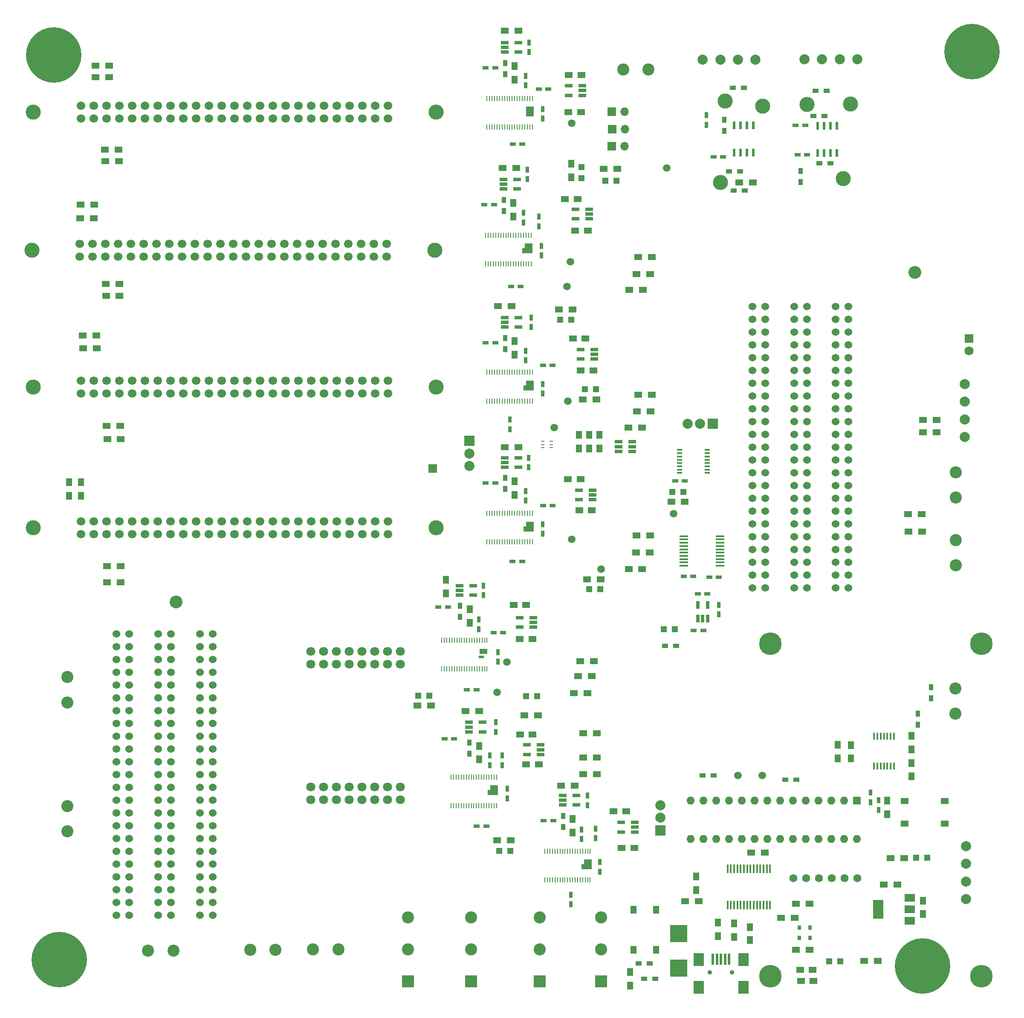
<source format=gbr>
G04 #@! TF.FileFunction,Soldermask,Top*
%FSLAX46Y46*%
G04 Gerber Fmt 4.6, Leading zero omitted, Abs format (unit mm)*
G04 Created by KiCad (PCBNEW 4.0.4-stable) date 08/02/17 07:21:08*
%MOMM*%
%LPD*%
G01*
G04 APERTURE LIST*
%ADD10C,0.100000*%
%ADD11R,1.500000X1.300000*%
%ADD12C,4.500000*%
%ADD13R,0.650000X0.250000*%
%ADD14R,1.050000X0.450000*%
%ADD15R,0.500000X2.300000*%
%ADD16R,2.000000X2.500000*%
%ADD17C,0.900000*%
%ADD18R,2.400000X2.400000*%
%ADD19C,2.400000*%
%ADD20R,0.450000X1.750000*%
%ADD21R,2.000000X1.000000*%
%ADD22R,0.285000X1.100000*%
%ADD23R,1.500000X1.000000*%
%ADD24C,1.800000*%
%ADD25R,1.560000X0.650000*%
%ADD26R,1.300000X1.500000*%
%ADD27R,1.200000X0.750000*%
%ADD28R,0.750000X1.200000*%
%ADD29R,0.900000X1.200000*%
%ADD30R,2.000000X3.800000*%
%ADD31R,2.000000X1.500000*%
%ADD32R,1.200000X1.200000*%
%ADD33R,1.600000X1.600000*%
%ADD34O,1.600000X1.600000*%
%ADD35R,0.600000X1.550000*%
%ADD36C,3.000000*%
%ADD37C,1.524000*%
%ADD38R,0.450000X1.450000*%
%ADD39R,1.800000X1.800000*%
%ADD40C,1.500000*%
%ADD41R,0.800000X0.900000*%
%ADD42R,1.250000X1.500000*%
%ADD43R,1.500000X1.250000*%
%ADD44R,3.500000X3.500000*%
%ADD45R,1.200000X0.900000*%
%ADD46R,1.300000X1.550000*%
%ADD47R,1.000000X0.500000*%
%ADD48C,1.600000*%
%ADD49R,0.650000X1.560000*%
%ADD50C,11.000000*%
%ADD51C,0.700000*%
%ADD52R,1.750000X0.450000*%
%ADD53R,2.000000X2.000000*%
%ADD54C,2.000000*%
%ADD55R,1.700000X1.700000*%
%ADD56R,1.550000X1.300000*%
%ADD57C,2.540000*%
%ADD58O,1.700000X1.700000*%
%ADD59C,1.700000*%
G04 APERTURE END LIST*
D10*
D11*
X35657800Y-98780600D03*
X38357800Y-98780600D03*
D12*
X209296000Y-205444399D03*
X167386000Y-205444399D03*
X167386000Y-139344400D03*
D13*
X123850400Y-99161600D03*
X123850400Y-99811600D03*
X123850400Y-100461600D03*
X122125400Y-99161600D03*
X122125400Y-99811600D03*
X122125400Y-100461600D03*
D14*
X154844800Y-105449800D03*
X154844800Y-104799800D03*
X154844800Y-104149800D03*
X154844800Y-103499800D03*
X154844800Y-102849800D03*
X154844800Y-102199800D03*
X154844800Y-101549800D03*
X154844800Y-100899800D03*
X149294800Y-100899800D03*
X149294800Y-101549800D03*
X149294800Y-102199800D03*
X149294800Y-102849800D03*
X149294800Y-103499800D03*
X149294800Y-104149800D03*
X149294800Y-104799800D03*
X149294800Y-105449800D03*
D15*
X155956200Y-202025600D03*
X156756200Y-202025600D03*
X157556200Y-202025600D03*
X158356200Y-202025600D03*
X159156200Y-202025600D03*
D16*
X153106200Y-202125600D03*
X153106200Y-207625600D03*
X162006200Y-202125600D03*
X162006200Y-207625600D03*
D17*
X155356200Y-204625600D03*
X159756200Y-204625600D03*
D18*
X121513600Y-206451200D03*
D19*
X121513600Y-200101200D03*
X121513600Y-193751200D03*
D20*
X167293000Y-184106000D03*
X166643000Y-184106000D03*
X165993000Y-184106000D03*
X165343000Y-184106000D03*
X164693000Y-184106000D03*
X164043000Y-184106000D03*
X163393000Y-184106000D03*
X162743000Y-184106000D03*
X162093000Y-184106000D03*
X161443000Y-184106000D03*
X160793000Y-184106000D03*
X160143000Y-184106000D03*
X159493000Y-184106000D03*
X158843000Y-184106000D03*
X158843000Y-191306000D03*
X159493000Y-191306000D03*
X160143000Y-191306000D03*
X160793000Y-191306000D03*
X161443000Y-191306000D03*
X162093000Y-191306000D03*
X162743000Y-191306000D03*
X163393000Y-191306000D03*
X164043000Y-191306000D03*
X164693000Y-191306000D03*
X165343000Y-191306000D03*
X165993000Y-191306000D03*
X166643000Y-191306000D03*
X167293000Y-191306000D03*
D18*
X133705600Y-206400400D03*
D19*
X133705600Y-200050400D03*
X133705600Y-193700400D03*
D21*
X119316500Y-116586000D03*
D22*
X120070000Y-113482000D03*
X119570000Y-113482000D03*
X119070000Y-113482000D03*
X118570000Y-113482000D03*
X118070000Y-113482000D03*
X117570000Y-113482000D03*
X117070000Y-113482000D03*
X116570000Y-113482000D03*
X116070000Y-113482000D03*
X115570000Y-113482000D03*
X115070000Y-113482000D03*
X114570000Y-113482000D03*
X114070000Y-113482000D03*
X113570000Y-113482000D03*
X113070000Y-113482000D03*
X112570000Y-113482000D03*
X112070000Y-113482000D03*
X111570000Y-113482000D03*
X111070000Y-113482000D03*
X111070000Y-119182000D03*
X111570000Y-119182000D03*
X112070000Y-119182000D03*
X112570000Y-119182000D03*
X113070000Y-119182000D03*
X113570000Y-119182000D03*
X114070000Y-119182000D03*
X114570000Y-119182000D03*
X115070000Y-119182000D03*
X115570000Y-119182000D03*
X116070000Y-119182000D03*
X116570000Y-119182000D03*
X117070000Y-119182000D03*
X117570000Y-119182000D03*
X118070000Y-119182000D03*
X118570000Y-119182000D03*
X119070000Y-119182000D03*
X119570000Y-119182000D03*
X120070000Y-119182000D03*
D23*
X119570500Y-115633500D03*
D24*
X93827600Y-143459200D03*
X93827600Y-140919200D03*
X91287600Y-143459200D03*
X91287600Y-140919200D03*
X88747600Y-143459200D03*
X88747600Y-140919200D03*
X86207600Y-143459200D03*
X86207600Y-140919200D03*
X83667600Y-143459200D03*
X83667600Y-140919200D03*
X81127600Y-143459200D03*
X81127600Y-140919200D03*
X78587600Y-143459200D03*
X78587600Y-140919200D03*
X76047600Y-143459200D03*
X76047600Y-140919200D03*
D25*
X107504240Y-154985680D03*
X107504240Y-155935680D03*
X107504240Y-156885680D03*
X110204240Y-156885680D03*
X110204240Y-154985680D03*
D26*
X109489240Y-159665680D03*
X109489240Y-162365680D03*
D27*
X109047240Y-175620680D03*
X110947240Y-175620680D03*
D28*
X114061240Y-161589680D03*
X114061240Y-163489680D03*
X115077240Y-170093680D03*
X115077240Y-168193680D03*
X112791240Y-156885680D03*
X112791240Y-154985680D03*
X111648240Y-161589680D03*
X111648240Y-163489680D03*
X109474000Y-134584400D03*
X109474000Y-136484400D03*
X110363000Y-129728000D03*
X110363000Y-127828000D03*
X113212880Y-142941080D03*
X113212880Y-141041080D03*
D27*
X114284800Y-137160000D03*
X112384800Y-137160000D03*
X107101600Y-148539200D03*
X109001600Y-148539200D03*
D26*
X107624880Y-132513080D03*
X107624880Y-135213080D03*
D25*
X105639880Y-127833080D03*
X105639880Y-128783080D03*
X105639880Y-129733080D03*
X108339880Y-129733080D03*
X108339880Y-127833080D03*
D28*
X118745000Y-109032000D03*
X118745000Y-110932000D03*
D29*
X114681000Y-108669000D03*
X114681000Y-106469000D03*
D27*
X110810000Y-107442000D03*
X112710000Y-107442000D03*
D28*
X119380000Y-104328000D03*
X119380000Y-102428000D03*
X122174000Y-117536000D03*
X122174000Y-115636000D03*
D27*
X124089200Y-111963200D03*
X122189200Y-111963200D03*
X116144000Y-123063000D03*
X118044000Y-123063000D03*
D26*
X116586000Y-107108000D03*
X116586000Y-109808000D03*
D25*
X114601000Y-102428000D03*
X114601000Y-103378000D03*
X114601000Y-104328000D03*
X117301000Y-104328000D03*
X117301000Y-102428000D03*
D28*
X129844800Y-176291200D03*
X129844800Y-178191200D03*
D29*
X126187200Y-175765640D03*
X126187200Y-173565640D03*
D27*
X122316200Y-174538640D03*
X124216200Y-174538640D03*
D28*
X130987800Y-171460200D03*
X130987800Y-169560200D03*
X133451600Y-184642800D03*
X133451600Y-182742800D03*
X132664200Y-176128640D03*
X132664200Y-178028640D03*
X127685800Y-189245200D03*
X127685800Y-191145200D03*
D26*
X128092200Y-174204640D03*
X128092200Y-176904640D03*
D25*
X126107200Y-169524640D03*
X126107200Y-170474640D03*
X126107200Y-171424640D03*
X128807200Y-171424640D03*
X128807200Y-169524640D03*
X114601000Y-74615000D03*
X114601000Y-75565000D03*
X114601000Y-76515000D03*
X117301000Y-76515000D03*
X117301000Y-74615000D03*
D26*
X116586000Y-79295000D03*
X116586000Y-81995000D03*
D28*
X115620800Y-94858800D03*
X115620800Y-96758800D03*
D27*
X124089200Y-84074000D03*
X122189200Y-84074000D03*
D28*
X122174000Y-89723000D03*
X122174000Y-87823000D03*
X119888000Y-76515000D03*
X119888000Y-74615000D03*
D27*
X110810000Y-79629000D03*
X112710000Y-79629000D03*
D28*
X118745000Y-81219000D03*
X118745000Y-83119000D03*
X118313200Y-53812400D03*
X118313200Y-55712400D03*
D27*
X110556000Y-52197000D03*
X112456000Y-52197000D03*
D28*
X119049800Y-45227200D03*
X119049800Y-47127200D03*
X121920000Y-62291000D03*
X121920000Y-60391000D03*
X121361200Y-54574400D03*
X121361200Y-56474400D03*
D27*
X115864600Y-68402200D03*
X117764600Y-68402200D03*
D26*
X116332000Y-51863000D03*
X116332000Y-54563000D03*
D25*
X114347000Y-47183000D03*
X114347000Y-48133000D03*
X114347000Y-49083000D03*
X117047000Y-49083000D03*
X117047000Y-47183000D03*
D30*
X188747000Y-192125600D03*
D31*
X195047000Y-192125600D03*
X195047000Y-189825600D03*
X195047000Y-194425600D03*
D25*
X114601000Y-20005000D03*
X114601000Y-20955000D03*
X114601000Y-21905000D03*
X117301000Y-21905000D03*
X117301000Y-20005000D03*
D32*
X181221560Y-202453240D03*
X179021560Y-202453240D03*
D33*
X184505600Y-170535600D03*
D34*
X151485600Y-178155600D03*
X181965600Y-170535600D03*
X154025600Y-178155600D03*
X179425600Y-170535600D03*
X156565600Y-178155600D03*
X176885600Y-170535600D03*
X159105600Y-178155600D03*
X174345600Y-170535600D03*
X161645600Y-178155600D03*
X171805600Y-170535600D03*
X164185600Y-178155600D03*
X169265600Y-170535600D03*
X166725600Y-178155600D03*
X166725600Y-170535600D03*
X169265600Y-178155600D03*
X164185600Y-170535600D03*
X171805600Y-178155600D03*
X161645600Y-170535600D03*
X174345600Y-178155600D03*
X159105600Y-170535600D03*
X176885600Y-178155600D03*
X156565600Y-170535600D03*
X179425600Y-178155600D03*
X154025600Y-170535600D03*
X181965600Y-178155600D03*
X151485600Y-170535600D03*
X184505600Y-178155600D03*
D26*
X156972000Y-194738000D03*
X156972000Y-197438000D03*
X160172400Y-194941200D03*
X160172400Y-197641200D03*
D11*
X188685160Y-202351640D03*
X185985160Y-202351640D03*
D26*
X116586000Y-24685000D03*
X116586000Y-27385000D03*
D27*
X116194800Y-40132000D03*
X118094800Y-40132000D03*
X123276400Y-29260800D03*
X121376400Y-29260800D03*
D28*
X122174000Y-35113000D03*
X122174000Y-33213000D03*
X119430800Y-21879600D03*
X119430800Y-19979600D03*
D27*
X110810000Y-25019000D03*
X112710000Y-25019000D03*
D29*
X114681000Y-26246000D03*
X114681000Y-24046000D03*
D28*
X118745000Y-26609000D03*
X118745000Y-28509000D03*
D18*
X107950000Y-206451200D03*
D19*
X107950000Y-200101200D03*
X107950000Y-193751200D03*
D18*
X95351600Y-206451200D03*
D19*
X95351600Y-200101200D03*
X95351600Y-193751200D03*
D11*
X141100000Y-89974000D03*
X143800000Y-89974000D03*
X141100000Y-62574000D03*
X143800000Y-62574000D03*
X140752840Y-117906800D03*
X143452840Y-117906800D03*
D35*
X160157160Y-41846480D03*
X161427160Y-41846480D03*
X162697160Y-41846480D03*
X163967160Y-41846480D03*
X163967160Y-36446480D03*
X162697160Y-36446480D03*
X161427160Y-36446480D03*
X160157160Y-36446480D03*
D36*
X158400000Y-31600000D03*
X165811200Y-32659320D03*
X174670720Y-32288480D03*
X183266080Y-32161480D03*
D37*
X172085000Y-72440800D03*
X174625000Y-72440800D03*
X172085000Y-74980800D03*
X174625000Y-74980800D03*
X172085000Y-77520800D03*
X174625000Y-77520800D03*
X172085000Y-80060800D03*
X174625000Y-80060800D03*
X172085000Y-82600800D03*
X174625000Y-82600800D03*
X172085000Y-85140800D03*
X174625000Y-85140800D03*
X172085000Y-87680800D03*
X174625000Y-87680800D03*
X172085000Y-90220800D03*
X174625000Y-90220800D03*
X172085000Y-92760800D03*
X174625000Y-92760800D03*
X172085000Y-95300800D03*
X174625000Y-95300800D03*
X172085000Y-97840800D03*
X174625000Y-97840800D03*
X172085000Y-100380800D03*
X174625000Y-100380800D03*
X172085000Y-102920800D03*
X174625000Y-102920800D03*
X172085000Y-105460800D03*
X174625000Y-105460800D03*
X172085000Y-108000800D03*
X174625000Y-108000800D03*
X172085000Y-110540800D03*
X174625000Y-110540800D03*
X172085000Y-113080800D03*
X174625000Y-113080800D03*
X172085000Y-115620800D03*
X174625000Y-115620800D03*
X172085000Y-118160800D03*
X174625000Y-118160800D03*
X172085000Y-120700800D03*
X174625000Y-120700800D03*
X172085000Y-123240800D03*
X174625000Y-123240800D03*
X172085000Y-125780800D03*
X174625000Y-125780800D03*
X172085000Y-128320800D03*
X174625000Y-128320800D03*
X163830000Y-72440800D03*
X166370000Y-72440800D03*
X163830000Y-74980800D03*
X166370000Y-74980800D03*
X163830000Y-77520800D03*
X166370000Y-77520800D03*
X163830000Y-80060800D03*
X166370000Y-80060800D03*
X163830000Y-82600800D03*
X166370000Y-82600800D03*
X163830000Y-85140800D03*
X166370000Y-85140800D03*
X163830000Y-87680800D03*
X166370000Y-87680800D03*
X163830000Y-90220800D03*
X166370000Y-90220800D03*
X163830000Y-92760800D03*
X166370000Y-92760800D03*
X163830000Y-95300800D03*
X166370000Y-95300800D03*
X163830000Y-97840800D03*
X166370000Y-97840800D03*
X163830000Y-100380800D03*
X166370000Y-100380800D03*
X163830000Y-102920800D03*
X166370000Y-102920800D03*
X163830000Y-105460800D03*
X166370000Y-105460800D03*
X163830000Y-108000800D03*
X166370000Y-108000800D03*
X163830000Y-110540800D03*
X166370000Y-110540800D03*
X163830000Y-113080800D03*
X166370000Y-113080800D03*
X163830000Y-115620800D03*
X166370000Y-115620800D03*
X163830000Y-118160800D03*
X166370000Y-118160800D03*
X163830000Y-120700800D03*
X166370000Y-120700800D03*
X163830000Y-123240800D03*
X166370000Y-123240800D03*
X163830000Y-125780800D03*
X166370000Y-125780800D03*
X163830000Y-128320800D03*
X166370000Y-128320800D03*
X180340000Y-72440800D03*
X182880000Y-72440800D03*
X180340000Y-74980800D03*
X182880000Y-74980800D03*
X180340000Y-77520800D03*
X182880000Y-77520800D03*
X180340000Y-80060800D03*
X182880000Y-80060800D03*
X180340000Y-82600800D03*
X182880000Y-82600800D03*
X180340000Y-85140800D03*
X182880000Y-85140800D03*
X180340000Y-87680800D03*
X182880000Y-87680800D03*
X180340000Y-90220800D03*
X182880000Y-90220800D03*
X180340000Y-92760800D03*
X182880000Y-92760800D03*
X180340000Y-95300800D03*
X182880000Y-95300800D03*
X180340000Y-97840800D03*
X182880000Y-97840800D03*
X180340000Y-100380800D03*
X182880000Y-100380800D03*
X180340000Y-102920800D03*
X182880000Y-102920800D03*
X180340000Y-105460800D03*
X182880000Y-105460800D03*
X180340000Y-108000800D03*
X182880000Y-108000800D03*
X180340000Y-110540800D03*
X182880000Y-110540800D03*
X180340000Y-113080800D03*
X182880000Y-113080800D03*
X180340000Y-115620800D03*
X182880000Y-115620800D03*
X180340000Y-118160800D03*
X182880000Y-118160800D03*
X180340000Y-120700800D03*
X182880000Y-120700800D03*
X180340000Y-123240800D03*
X182880000Y-123240800D03*
X180340000Y-125780800D03*
X182880000Y-125780800D03*
X180340000Y-128320800D03*
X182880000Y-128320800D03*
D24*
X93827600Y-170383200D03*
X93827600Y-167843200D03*
X91287600Y-170383200D03*
X91287600Y-167843200D03*
X88747600Y-170383200D03*
X88747600Y-167843200D03*
X86207600Y-170383200D03*
X86207600Y-167843200D03*
X83667600Y-170383200D03*
X83667600Y-167843200D03*
X81127600Y-170383200D03*
X81127600Y-167843200D03*
X78587600Y-170383200D03*
X78587600Y-167843200D03*
X76047600Y-170383200D03*
X76047600Y-167843200D03*
D11*
X163910000Y-47752000D03*
X161210000Y-47752000D03*
D36*
X157480000Y-47752000D03*
X181864000Y-46990000D03*
D38*
X191865800Y-157781200D03*
X191215800Y-157781200D03*
X190565800Y-157781200D03*
X189915800Y-157781200D03*
X189265800Y-157781200D03*
X188615800Y-157781200D03*
X187965800Y-157781200D03*
X187965800Y-163681200D03*
X188615800Y-163681200D03*
X189265800Y-163681200D03*
X189915800Y-163681200D03*
X190565800Y-163681200D03*
X191215800Y-163681200D03*
X191865800Y-163681200D03*
D27*
X150327400Y-107035600D03*
X148427400Y-107035600D03*
X101412000Y-132080000D03*
X103312000Y-132080000D03*
X102656600Y-158242000D03*
X104556600Y-158242000D03*
D32*
X198534200Y-181889400D03*
X196334200Y-181889400D03*
D24*
X206781400Y-81254600D03*
D39*
X206781400Y-78754600D03*
D37*
X37465000Y-137464800D03*
X40005000Y-137464800D03*
X37465000Y-140004800D03*
X40005000Y-140004800D03*
X37465000Y-142544800D03*
X40005000Y-142544800D03*
X37465000Y-145084800D03*
X40005000Y-145084800D03*
X37465000Y-147624800D03*
X40005000Y-147624800D03*
X37465000Y-150164800D03*
X40005000Y-150164800D03*
X37465000Y-152704800D03*
X40005000Y-152704800D03*
X37465000Y-155244800D03*
X40005000Y-155244800D03*
X37465000Y-157784800D03*
X40005000Y-157784800D03*
X37465000Y-160324800D03*
X40005000Y-160324800D03*
X37465000Y-162864800D03*
X40005000Y-162864800D03*
X37465000Y-165404800D03*
X40005000Y-165404800D03*
X37465000Y-167944800D03*
X40005000Y-167944800D03*
X37465000Y-170484800D03*
X40005000Y-170484800D03*
X37465000Y-173024800D03*
X40005000Y-173024800D03*
X37465000Y-175564800D03*
X40005000Y-175564800D03*
X37465000Y-178104800D03*
X40005000Y-178104800D03*
X37465000Y-180644800D03*
X40005000Y-180644800D03*
X37465000Y-183184800D03*
X40005000Y-183184800D03*
X37465000Y-185724800D03*
X40005000Y-185724800D03*
X37465000Y-188264800D03*
X40005000Y-188264800D03*
X37465000Y-190804800D03*
X40005000Y-190804800D03*
X37465000Y-193344800D03*
X40005000Y-193344800D03*
X45778000Y-137449200D03*
X48318000Y-137449200D03*
X45778000Y-139989200D03*
X48318000Y-139989200D03*
X45778000Y-142529200D03*
X48318000Y-142529200D03*
X45778000Y-145069200D03*
X48318000Y-145069200D03*
X45778000Y-147609200D03*
X48318000Y-147609200D03*
X45778000Y-150149200D03*
X48318000Y-150149200D03*
X45778000Y-152689200D03*
X48318000Y-152689200D03*
X45778000Y-155229200D03*
X48318000Y-155229200D03*
X45778000Y-157769200D03*
X48318000Y-157769200D03*
X45778000Y-160309200D03*
X48318000Y-160309200D03*
X45778000Y-162849200D03*
X48318000Y-162849200D03*
X45778000Y-165389200D03*
X48318000Y-165389200D03*
X45778000Y-167929200D03*
X48318000Y-167929200D03*
X45778000Y-170469200D03*
X48318000Y-170469200D03*
X45778000Y-173009200D03*
X48318000Y-173009200D03*
X45778000Y-175549200D03*
X48318000Y-175549200D03*
X45778000Y-178089200D03*
X48318000Y-178089200D03*
X45778000Y-180629200D03*
X48318000Y-180629200D03*
X45778000Y-183169200D03*
X48318000Y-183169200D03*
X45778000Y-185709200D03*
X48318000Y-185709200D03*
X45778000Y-188249200D03*
X48318000Y-188249200D03*
X45778000Y-190789200D03*
X48318000Y-190789200D03*
X45778000Y-193329200D03*
X48318000Y-193329200D03*
X54025800Y-137439400D03*
X56565800Y-137439400D03*
X54025800Y-139979400D03*
X56565800Y-139979400D03*
X54025800Y-142519400D03*
X56565800Y-142519400D03*
X54025800Y-145059400D03*
X56565800Y-145059400D03*
X54025800Y-147599400D03*
X56565800Y-147599400D03*
X54025800Y-150139400D03*
X56565800Y-150139400D03*
X54025800Y-152679400D03*
X56565800Y-152679400D03*
X54025800Y-155219400D03*
X56565800Y-155219400D03*
X54025800Y-157759400D03*
X56565800Y-157759400D03*
X54025800Y-160299400D03*
X56565800Y-160299400D03*
X54025800Y-162839400D03*
X56565800Y-162839400D03*
X54025800Y-165379400D03*
X56565800Y-165379400D03*
X54025800Y-167919400D03*
X56565800Y-167919400D03*
X54025800Y-170459400D03*
X56565800Y-170459400D03*
X54025800Y-172999400D03*
X56565800Y-172999400D03*
X54025800Y-175539400D03*
X56565800Y-175539400D03*
X54025800Y-178079400D03*
X56565800Y-178079400D03*
X54025800Y-180619400D03*
X56565800Y-180619400D03*
X54025800Y-183159400D03*
X56565800Y-183159400D03*
X54025800Y-185699400D03*
X56565800Y-185699400D03*
X54025800Y-188239400D03*
X56565800Y-188239400D03*
X54025800Y-190779400D03*
X56565800Y-190779400D03*
X54025800Y-193319400D03*
X56565800Y-193319400D03*
D40*
X127609600Y-63550800D03*
X127152400Y-91236800D03*
X127863600Y-118668800D03*
X115011200Y-143027400D03*
X146761200Y-44932600D03*
X126949200Y-68402200D03*
X124460000Y-96469200D03*
X133705600Y-124587000D03*
X113106200Y-148996400D03*
X148158200Y-113588800D03*
D32*
X147871000Y-109270800D03*
X150071000Y-109270800D03*
D11*
X147671800Y-111175800D03*
X150371800Y-111175800D03*
X191232800Y-181940200D03*
X193932800Y-181940200D03*
D41*
X173143200Y-195732400D03*
X175243200Y-195732400D03*
X173092400Y-197815200D03*
X175192400Y-197815200D03*
D11*
X150440400Y-190550800D03*
X153140400Y-190550800D03*
X172462200Y-191058800D03*
X175162200Y-191058800D03*
X172462200Y-200202800D03*
X175162200Y-200202800D03*
D26*
X152654000Y-188344800D03*
X152654000Y-185644800D03*
D11*
X169490400Y-193802000D03*
X172190400Y-193802000D03*
D26*
X139471400Y-204593200D03*
X139471400Y-207293200D03*
D42*
X163271200Y-195701600D03*
X163271200Y-198201600D03*
D43*
X173248000Y-204190600D03*
X175748000Y-204190600D03*
X173425800Y-206375000D03*
X175925800Y-206375000D03*
D44*
X149148800Y-203780600D03*
X149148800Y-196980600D03*
D45*
X143365400Y-202895200D03*
X141165400Y-202895200D03*
X144483000Y-205892400D03*
X142283000Y-205892400D03*
D46*
X140193200Y-200164600D03*
X140193200Y-192214600D03*
X144693200Y-200164600D03*
X144693200Y-192214600D03*
D23*
X119570500Y-34163000D03*
D22*
X120070000Y-31059000D03*
X119570000Y-31059000D03*
X119070000Y-31059000D03*
X118570000Y-31059000D03*
X118070000Y-31059000D03*
X117570000Y-31059000D03*
X117070000Y-31059000D03*
X116570000Y-31059000D03*
X116070000Y-31059000D03*
X115570000Y-31059000D03*
X115070000Y-31059000D03*
X114570000Y-31059000D03*
X114070000Y-31059000D03*
X113570000Y-31059000D03*
X113070000Y-31059000D03*
X112570000Y-31059000D03*
X112070000Y-31059000D03*
X111570000Y-31059000D03*
X111070000Y-31059000D03*
X111070000Y-36759000D03*
X111570000Y-36759000D03*
X112070000Y-36759000D03*
X112570000Y-36759000D03*
X113070000Y-36759000D03*
X113570000Y-36759000D03*
X114070000Y-36759000D03*
X114570000Y-36759000D03*
X115070000Y-36759000D03*
X115570000Y-36759000D03*
X116070000Y-36759000D03*
X116570000Y-36759000D03*
X117070000Y-36759000D03*
X117570000Y-36759000D03*
X118070000Y-36759000D03*
X118570000Y-36759000D03*
X119070000Y-36759000D03*
X119570000Y-36759000D03*
X120070000Y-36759000D03*
D23*
X119570500Y-33210500D03*
D11*
X139162800Y-96484440D03*
X141862800Y-96484440D03*
X140890000Y-93218000D03*
X143590000Y-93218000D03*
D29*
X114681000Y-80856000D03*
X114681000Y-78656000D03*
D11*
X139345680Y-69098160D03*
X142045680Y-69098160D03*
X140747760Y-65948560D03*
X143447760Y-65948560D03*
D29*
X114427000Y-53424000D03*
X114427000Y-51224000D03*
D11*
X139203440Y-124587000D03*
X141903440Y-124587000D03*
X140686800Y-121274840D03*
X143386800Y-121274840D03*
D29*
X105719880Y-134074080D03*
X105719880Y-131874080D03*
X107584240Y-161226680D03*
X107584240Y-159026680D03*
D40*
X127889000Y-35966400D03*
D21*
X119316500Y-88595200D03*
D22*
X120070000Y-85491200D03*
X119570000Y-85491200D03*
X119070000Y-85491200D03*
X118570000Y-85491200D03*
X118070000Y-85491200D03*
X117570000Y-85491200D03*
X117070000Y-85491200D03*
X116570000Y-85491200D03*
X116070000Y-85491200D03*
X115570000Y-85491200D03*
X115070000Y-85491200D03*
X114570000Y-85491200D03*
X114070000Y-85491200D03*
X113570000Y-85491200D03*
X113070000Y-85491200D03*
X112570000Y-85491200D03*
X112070000Y-85491200D03*
X111570000Y-85491200D03*
X111070000Y-85491200D03*
X111070000Y-91191200D03*
X111570000Y-91191200D03*
X112070000Y-91191200D03*
X112570000Y-91191200D03*
X113070000Y-91191200D03*
X113570000Y-91191200D03*
X114070000Y-91191200D03*
X114570000Y-91191200D03*
X115070000Y-91191200D03*
X115570000Y-91191200D03*
X116070000Y-91191200D03*
X116570000Y-91191200D03*
X117070000Y-91191200D03*
X117570000Y-91191200D03*
X118070000Y-91191200D03*
X118570000Y-91191200D03*
X119070000Y-91191200D03*
X119570000Y-91191200D03*
X120070000Y-91191200D03*
D23*
X119570500Y-87642700D03*
D21*
X119062500Y-61341000D03*
D22*
X119816000Y-58237000D03*
X119316000Y-58237000D03*
X118816000Y-58237000D03*
X118316000Y-58237000D03*
X117816000Y-58237000D03*
X117316000Y-58237000D03*
X116816000Y-58237000D03*
X116316000Y-58237000D03*
X115816000Y-58237000D03*
X115316000Y-58237000D03*
X114816000Y-58237000D03*
X114316000Y-58237000D03*
X113816000Y-58237000D03*
X113316000Y-58237000D03*
X112816000Y-58237000D03*
X112316000Y-58237000D03*
X111816000Y-58237000D03*
X111316000Y-58237000D03*
X110816000Y-58237000D03*
X110816000Y-63937000D03*
X111316000Y-63937000D03*
X111816000Y-63937000D03*
X112316000Y-63937000D03*
X112816000Y-63937000D03*
X113316000Y-63937000D03*
X113816000Y-63937000D03*
X114316000Y-63937000D03*
X114816000Y-63937000D03*
X115316000Y-63937000D03*
X115816000Y-63937000D03*
X116316000Y-63937000D03*
X116816000Y-63937000D03*
X117316000Y-63937000D03*
X117816000Y-63937000D03*
X118316000Y-63937000D03*
X118816000Y-63937000D03*
X119316000Y-63937000D03*
X119816000Y-63937000D03*
D23*
X119316500Y-60388500D03*
D47*
X109982000Y-142036800D03*
D22*
X111088560Y-138714360D03*
X110588560Y-138714360D03*
X110088560Y-138714360D03*
X109588560Y-138714360D03*
X109088560Y-138714360D03*
X108588560Y-138714360D03*
X108088560Y-138714360D03*
X107588560Y-138714360D03*
X107088560Y-138714360D03*
X106588560Y-138714360D03*
X106088560Y-138714360D03*
X105588560Y-138714360D03*
X105088560Y-138714360D03*
X104588560Y-138714360D03*
X104088560Y-138714360D03*
X103588560Y-138714360D03*
X103088560Y-138714360D03*
X102588560Y-138714360D03*
X102088560Y-138714360D03*
X102088560Y-144414360D03*
X102588560Y-144414360D03*
X103088560Y-144414360D03*
X103588560Y-144414360D03*
X104088560Y-144414360D03*
X104588560Y-144414360D03*
X105088560Y-144414360D03*
X105588560Y-144414360D03*
X106088560Y-144414360D03*
X106588560Y-144414360D03*
X107088560Y-144414360D03*
X107588560Y-144414360D03*
X108088560Y-144414360D03*
X108588560Y-144414360D03*
X109088560Y-144414360D03*
X109588560Y-144414360D03*
X110088560Y-144414360D03*
X110588560Y-144414360D03*
X111088560Y-144414360D03*
D23*
X110363000Y-140944600D03*
D21*
X112204500Y-168970960D03*
D22*
X112958000Y-165866960D03*
X112458000Y-165866960D03*
X111958000Y-165866960D03*
X111458000Y-165866960D03*
X110958000Y-165866960D03*
X110458000Y-165866960D03*
X109958000Y-165866960D03*
X109458000Y-165866960D03*
X108958000Y-165866960D03*
X108458000Y-165866960D03*
X107958000Y-165866960D03*
X107458000Y-165866960D03*
X106958000Y-165866960D03*
X106458000Y-165866960D03*
X105958000Y-165866960D03*
X105458000Y-165866960D03*
X104958000Y-165866960D03*
X104458000Y-165866960D03*
X103958000Y-165866960D03*
X103958000Y-171566960D03*
X104458000Y-171566960D03*
X104958000Y-171566960D03*
X105458000Y-171566960D03*
X105958000Y-171566960D03*
X106458000Y-171566960D03*
X106958000Y-171566960D03*
X107458000Y-171566960D03*
X107958000Y-171566960D03*
X108458000Y-171566960D03*
X108958000Y-171566960D03*
X109458000Y-171566960D03*
X109958000Y-171566960D03*
X110458000Y-171566960D03*
X110958000Y-171566960D03*
X111458000Y-171566960D03*
X111958000Y-171566960D03*
X112458000Y-171566960D03*
X112958000Y-171566960D03*
D23*
X112458500Y-168018460D03*
D35*
X176784000Y-41892200D03*
X178054000Y-41892200D03*
X179324000Y-41892200D03*
X180594000Y-41892200D03*
X180594000Y-36492200D03*
X179324000Y-36492200D03*
X178054000Y-36492200D03*
X176784000Y-36492200D03*
D40*
X165760400Y-165506400D03*
X160880400Y-165506400D03*
D11*
X114626400Y-17627600D03*
X117326400Y-17627600D03*
X113254800Y-72339200D03*
X115954800Y-72339200D03*
X114169200Y-44907200D03*
X116869200Y-44907200D03*
X114626400Y-100380800D03*
X117326400Y-100380800D03*
D26*
X102895400Y-129391400D03*
X102895400Y-126691400D03*
D11*
X106854000Y-152755600D03*
X109554000Y-152755600D03*
X125751600Y-167538400D03*
X128451600Y-167538400D03*
D29*
X173400000Y-45500000D03*
X173400000Y-47700000D03*
D45*
X177100000Y-44000000D03*
X179300000Y-44000000D03*
D29*
X158200000Y-37500000D03*
X158200000Y-35300000D03*
D45*
X159900000Y-29000000D03*
X162100000Y-29000000D03*
X159100000Y-45600000D03*
X161300000Y-45600000D03*
X160100000Y-49400000D03*
X162300000Y-49400000D03*
X175900000Y-34600000D03*
X178100000Y-34600000D03*
X176300000Y-29600000D03*
X178500000Y-29600000D03*
D26*
X195400000Y-157700000D03*
X195400000Y-160400000D03*
X183340400Y-159494400D03*
X183340400Y-162194400D03*
X195400000Y-163050000D03*
X195400000Y-165750000D03*
X180740400Y-162144400D03*
X180740400Y-159444400D03*
D48*
X171958000Y-185928000D03*
X174498000Y-185928000D03*
X177038000Y-185928000D03*
X179578000Y-185928000D03*
X182118000Y-185928000D03*
X184658000Y-185928000D03*
D21*
X130822700Y-183682640D03*
D22*
X131576200Y-180578640D03*
X131076200Y-180578640D03*
X130576200Y-180578640D03*
X130076200Y-180578640D03*
X129576200Y-180578640D03*
X129076200Y-180578640D03*
X128576200Y-180578640D03*
X128076200Y-180578640D03*
X127576200Y-180578640D03*
X127076200Y-180578640D03*
X126576200Y-180578640D03*
X126076200Y-180578640D03*
X125576200Y-180578640D03*
X125076200Y-180578640D03*
X124576200Y-180578640D03*
X124076200Y-180578640D03*
X123576200Y-180578640D03*
X123076200Y-180578640D03*
X122576200Y-180578640D03*
X122576200Y-186278640D03*
X123076200Y-186278640D03*
X123576200Y-186278640D03*
X124076200Y-186278640D03*
X124576200Y-186278640D03*
X125076200Y-186278640D03*
X125576200Y-186278640D03*
X126076200Y-186278640D03*
X126576200Y-186278640D03*
X127076200Y-186278640D03*
X127576200Y-186278640D03*
X128076200Y-186278640D03*
X128576200Y-186278640D03*
X129076200Y-186278640D03*
X129576200Y-186278640D03*
X130076200Y-186278640D03*
X130576200Y-186278640D03*
X131076200Y-186278640D03*
X131576200Y-186278640D03*
D23*
X131076700Y-182730140D03*
D45*
X172550000Y-166370000D03*
X170350000Y-166370000D03*
X153890800Y-165506400D03*
X156090800Y-165506400D03*
D27*
X154035800Y-136779000D03*
X152135800Y-136779000D03*
D28*
X157073600Y-133538000D03*
X157073600Y-131638000D03*
D27*
X154823200Y-129463800D03*
X152923200Y-129463800D03*
D49*
X152974000Y-134369800D03*
X153924000Y-134369800D03*
X154874000Y-134369800D03*
X154874000Y-131669800D03*
X152974000Y-131669800D03*
D43*
X136214800Y-172694600D03*
X138714800Y-172694600D03*
X127324800Y-26416000D03*
X129824800Y-26416000D03*
X128137600Y-78790800D03*
X130637600Y-78790800D03*
X126562800Y-51104800D03*
X129062800Y-51104800D03*
X127172400Y-106730800D03*
X129672400Y-106730800D03*
X116352000Y-131673600D03*
X118852000Y-131673600D03*
X117622000Y-157429200D03*
X120122000Y-157429200D03*
D26*
X133400800Y-97862400D03*
X133400800Y-100562400D03*
X129336800Y-97862400D03*
X129336800Y-100562400D03*
X131368800Y-97862400D03*
X131368800Y-100562400D03*
D50*
X24993600Y-22453600D03*
D51*
X29118600Y-22453600D03*
X27920415Y-25380415D03*
X24993600Y-26578600D03*
X22066785Y-25380415D03*
X20868600Y-22453600D03*
X22066785Y-19526785D03*
X24993600Y-18328600D03*
X27920415Y-19526785D03*
D50*
X207416400Y-21793200D03*
D51*
X211541400Y-21793200D03*
X210343215Y-24720015D03*
X207416400Y-25918200D03*
X204489585Y-24720015D03*
X203291400Y-21793200D03*
X204489585Y-18866385D03*
X207416400Y-17668200D03*
X210343215Y-18866385D03*
D50*
X26162000Y-202082400D03*
D51*
X30287000Y-202082400D03*
X29088815Y-205009215D03*
X26162000Y-206207400D03*
X23235185Y-205009215D03*
X22037000Y-202082400D03*
X23235185Y-199155585D03*
X26162000Y-197957400D03*
X29088815Y-199155585D03*
D50*
X197535800Y-203403200D03*
D51*
X201660800Y-203403200D03*
X200462615Y-206330015D03*
X197535800Y-207528200D03*
X194608985Y-206330015D03*
X193410800Y-203403200D03*
X194608985Y-200476385D03*
X197535800Y-199278200D03*
X200462615Y-200476385D03*
D25*
X129975600Y-30464800D03*
X129975600Y-29514800D03*
X129975600Y-28564800D03*
X127275600Y-28564800D03*
X127275600Y-30464800D03*
X132363200Y-82839600D03*
X132363200Y-81889600D03*
X132363200Y-80939600D03*
X129663200Y-80939600D03*
X129663200Y-82839600D03*
X131347200Y-55001200D03*
X131347200Y-54051200D03*
X131347200Y-53101200D03*
X128647200Y-53101200D03*
X128647200Y-55001200D03*
X132007600Y-110779600D03*
X132007600Y-109829600D03*
X132007600Y-108879600D03*
X129307600Y-108879600D03*
X129307600Y-110779600D03*
D43*
X128594800Y-57353200D03*
X131094800Y-57353200D03*
D25*
X139932400Y-101178400D03*
X139932400Y-100228400D03*
X139932400Y-99278400D03*
X137232400Y-99278400D03*
X137232400Y-101178400D03*
X137232400Y-100228400D03*
D43*
X127223200Y-33782000D03*
X129723200Y-33782000D03*
X129712400Y-85140800D03*
X132212400Y-85140800D03*
X129382200Y-112903000D03*
X131882200Y-112903000D03*
X117571200Y-138430000D03*
X120071200Y-138430000D03*
X118866600Y-163322000D03*
X121366600Y-163322000D03*
X137840400Y-179933600D03*
X140340400Y-179933600D03*
D25*
X140389600Y-176768800D03*
X140389600Y-175818800D03*
X140389600Y-174868800D03*
X137689600Y-174868800D03*
X137689600Y-176768800D03*
X120272800Y-136078000D03*
X120272800Y-135128000D03*
X120272800Y-134178000D03*
X117572800Y-134178000D03*
X117572800Y-136078000D03*
X121695200Y-161376400D03*
X121695200Y-160426400D03*
X121695200Y-159476400D03*
X118995200Y-159476400D03*
X118995200Y-161376400D03*
D52*
X157371600Y-123879800D03*
X157371600Y-123229800D03*
X157371600Y-122579800D03*
X157371600Y-121929800D03*
X157371600Y-121279800D03*
X157371600Y-120629800D03*
X157371600Y-119979800D03*
X157371600Y-119329800D03*
X157371600Y-118679800D03*
X157371600Y-118029800D03*
X150171600Y-118029800D03*
X150171600Y-118679800D03*
X150171600Y-119329800D03*
X150171600Y-119979800D03*
X150171600Y-120629800D03*
X150171600Y-121279800D03*
X150171600Y-121929800D03*
X150171600Y-122579800D03*
X150171600Y-123229800D03*
X150171600Y-123879800D03*
D53*
X107543600Y-99060000D03*
D54*
X107543600Y-101600000D03*
X107543600Y-104100000D03*
D55*
X100304600Y-104571800D03*
D11*
X36046400Y-26822400D03*
X33346400Y-26822400D03*
X33346400Y-24561800D03*
X36046400Y-24561800D03*
X35175200Y-41249600D03*
X37875200Y-41249600D03*
X35276800Y-43535600D03*
X37976800Y-43535600D03*
X33557200Y-80721200D03*
X30857200Y-80721200D03*
X30806400Y-78181200D03*
X33506400Y-78181200D03*
X35505400Y-96139000D03*
X38205400Y-96139000D03*
X32973000Y-54889400D03*
X30273000Y-54889400D03*
X30349200Y-52171600D03*
X33049200Y-52171600D03*
X35327600Y-67894200D03*
X38027600Y-67894200D03*
X35403800Y-70307200D03*
X38103800Y-70307200D03*
D26*
X30480000Y-107311200D03*
X30480000Y-110011200D03*
X28067000Y-110011200D03*
X28067000Y-107311200D03*
D11*
X35632400Y-123952000D03*
X38332400Y-123952000D03*
X35632400Y-127152400D03*
X38332400Y-127152400D03*
D27*
X155209200Y-126136400D03*
X157109200Y-126136400D03*
X150129200Y-125984000D03*
X152029200Y-125984000D03*
D11*
X128342400Y-149199600D03*
X131042400Y-149199600D03*
X132287000Y-142824200D03*
X129587000Y-142824200D03*
X129180600Y-145846800D03*
X131880600Y-145846800D03*
X130222000Y-165277800D03*
X132922000Y-165277800D03*
X132871200Y-157175200D03*
X130171200Y-157175200D03*
X130222000Y-162001200D03*
X132922000Y-162001200D03*
D26*
X197688200Y-190394600D03*
X197688200Y-193094600D03*
D11*
X192586600Y-187223400D03*
X189886600Y-187223400D03*
D53*
X145465800Y-176479200D03*
D54*
X145465800Y-173939200D03*
X145465800Y-171439200D03*
D26*
X190550800Y-173231800D03*
X190550800Y-170531800D03*
D56*
X194043400Y-170647800D03*
X201993400Y-170647800D03*
X194043400Y-175147800D03*
X201993400Y-175147800D03*
D57*
X196062600Y-65608200D03*
X49301400Y-131064000D03*
D28*
X188823600Y-172374600D03*
X188823600Y-170474600D03*
D11*
X197633600Y-94894400D03*
X200333600Y-94894400D03*
X197684400Y-97383600D03*
X200384400Y-97383600D03*
D54*
X184621000Y-23316200D03*
X181121000Y-23316200D03*
X177621000Y-23316200D03*
X174121000Y-23316200D03*
X164402600Y-23392400D03*
X160902600Y-23392400D03*
X157402600Y-23392400D03*
X153902600Y-23392400D03*
X206172800Y-190107400D03*
X206172800Y-186607400D03*
X206172800Y-183107400D03*
X206172800Y-179607400D03*
X205969600Y-98311800D03*
X205969600Y-94811800D03*
X205969600Y-91311800D03*
X205969600Y-87811800D03*
D12*
X209296000Y-139344400D03*
D19*
X76544800Y-200126600D03*
X81544800Y-200126600D03*
X143139800Y-25323800D03*
X138139800Y-25323800D03*
X204216000Y-123785000D03*
X204216000Y-118785000D03*
X64073400Y-200152000D03*
X69073400Y-200152000D03*
D55*
X135813800Y-33731200D03*
D58*
X138353800Y-33731200D03*
D55*
X135940800Y-37211000D03*
D58*
X138480800Y-37211000D03*
D55*
X135864600Y-40538400D03*
D58*
X138404600Y-40538400D03*
D11*
X166221400Y-180873400D03*
X163521400Y-180873400D03*
D27*
X156047400Y-42722800D03*
X157947400Y-42722800D03*
X174254200Y-36449000D03*
X172354200Y-36449000D03*
D28*
X154635200Y-36332200D03*
X154635200Y-34432200D03*
D32*
X136761400Y-47396400D03*
X134561400Y-47396400D03*
X127769800Y-75031600D03*
X125569800Y-75031600D03*
X132722800Y-88874600D03*
X130522800Y-88874600D03*
X133561000Y-128549400D03*
X131361000Y-128549400D03*
X99626600Y-149733000D03*
X97426600Y-149733000D03*
X115679400Y-180568600D03*
X113479400Y-180568600D03*
X129870200Y-46947000D03*
X129870200Y-44747000D03*
X146220000Y-136525000D03*
X148420000Y-136525000D03*
X121038800Y-149809200D03*
X118838800Y-149809200D03*
D53*
X155930600Y-95656400D03*
D54*
X153390600Y-95656400D03*
X150890600Y-95656400D03*
D19*
X204139800Y-110373800D03*
X204139800Y-105373800D03*
X43778800Y-200329800D03*
X48778800Y-200329800D03*
D11*
X194712600Y-113639600D03*
X197412600Y-113639600D03*
X194788800Y-117144800D03*
X197488800Y-117144800D03*
X134282001Y-45067600D03*
X136982001Y-45067600D03*
X125345200Y-72974200D03*
X128045200Y-72974200D03*
X130134001Y-90865600D03*
X132834001Y-90865600D03*
X130984000Y-126619000D03*
X133684000Y-126619000D03*
X97214201Y-151659600D03*
X99914201Y-151659600D03*
X113071401Y-178408400D03*
X115771401Y-178408400D03*
D26*
X127787400Y-44039800D03*
X127787400Y-46739800D03*
D45*
X148647162Y-139827600D03*
X146447162Y-139827600D03*
D11*
X118535962Y-153627600D03*
X121235962Y-153627600D03*
D27*
X172735200Y-42265600D03*
X174635200Y-42265600D03*
D28*
X187223400Y-168950600D03*
X187223400Y-170850600D03*
D36*
X100965000Y-116332000D03*
X20955000Y-116332000D03*
D59*
X30480000Y-117602000D03*
X30480000Y-115062000D03*
X33020000Y-117602000D03*
X33020000Y-115062000D03*
X35560000Y-117602000D03*
X35560000Y-115062000D03*
X38100000Y-117602000D03*
X38100000Y-115062000D03*
X40640000Y-117602000D03*
X40640000Y-115062000D03*
X43180000Y-117602000D03*
X43180000Y-115062000D03*
X45720000Y-117602000D03*
X45720000Y-115062000D03*
X48260000Y-117602000D03*
X48260000Y-115062000D03*
X50800000Y-117602000D03*
X50800000Y-115062000D03*
X53340000Y-117602000D03*
X53340000Y-115062000D03*
X55880000Y-117602000D03*
X55880000Y-115062000D03*
X58420000Y-117602000D03*
X58420000Y-115062000D03*
X60960000Y-117602000D03*
X60960000Y-115062000D03*
X63500000Y-117602000D03*
X63500000Y-115062000D03*
X66040000Y-117602000D03*
X66040000Y-115062000D03*
X68580000Y-117602000D03*
X68580000Y-115062000D03*
X71120000Y-117602000D03*
X71120000Y-115062000D03*
X73660000Y-117602000D03*
X73660000Y-115062000D03*
X76200000Y-117602000D03*
X76200000Y-115062000D03*
X78740000Y-117602000D03*
X78740000Y-115062000D03*
X81280000Y-117602000D03*
X81280000Y-115062000D03*
X83820000Y-117602000D03*
X83820000Y-115062000D03*
X86360000Y-117602000D03*
X86360000Y-115062000D03*
X88900000Y-117602000D03*
X88900000Y-115062000D03*
X91440000Y-117602000D03*
X91440000Y-115062000D03*
D36*
X100965000Y-88392000D03*
X20955000Y-88392000D03*
D59*
X30480000Y-89662000D03*
X30480000Y-87122000D03*
X33020000Y-89662000D03*
X33020000Y-87122000D03*
X35560000Y-89662000D03*
X35560000Y-87122000D03*
X38100000Y-89662000D03*
X38100000Y-87122000D03*
X40640000Y-89662000D03*
X40640000Y-87122000D03*
X43180000Y-89662000D03*
X43180000Y-87122000D03*
X45720000Y-89662000D03*
X45720000Y-87122000D03*
X48260000Y-89662000D03*
X48260000Y-87122000D03*
X50800000Y-89662000D03*
X50800000Y-87122000D03*
X53340000Y-89662000D03*
X53340000Y-87122000D03*
X55880000Y-89662000D03*
X55880000Y-87122000D03*
X58420000Y-89662000D03*
X58420000Y-87122000D03*
X60960000Y-89662000D03*
X60960000Y-87122000D03*
X63500000Y-89662000D03*
X63500000Y-87122000D03*
X66040000Y-89662000D03*
X66040000Y-87122000D03*
X68580000Y-89662000D03*
X68580000Y-87122000D03*
X71120000Y-89662000D03*
X71120000Y-87122000D03*
X73660000Y-89662000D03*
X73660000Y-87122000D03*
X76200000Y-89662000D03*
X76200000Y-87122000D03*
X78740000Y-89662000D03*
X78740000Y-87122000D03*
X81280000Y-89662000D03*
X81280000Y-87122000D03*
X83820000Y-89662000D03*
X83820000Y-87122000D03*
X86360000Y-89662000D03*
X86360000Y-87122000D03*
X88900000Y-89662000D03*
X88900000Y-87122000D03*
X91440000Y-89662000D03*
X91440000Y-87122000D03*
D36*
X100711000Y-61214000D03*
X20701000Y-61214000D03*
D59*
X30226000Y-62484000D03*
X30226000Y-59944000D03*
X32766000Y-62484000D03*
X32766000Y-59944000D03*
X35306000Y-62484000D03*
X35306000Y-59944000D03*
X37846000Y-62484000D03*
X37846000Y-59944000D03*
X40386000Y-62484000D03*
X40386000Y-59944000D03*
X42926000Y-62484000D03*
X42926000Y-59944000D03*
X45466000Y-62484000D03*
X45466000Y-59944000D03*
X48006000Y-62484000D03*
X48006000Y-59944000D03*
X50546000Y-62484000D03*
X50546000Y-59944000D03*
X53086000Y-62484000D03*
X53086000Y-59944000D03*
X55626000Y-62484000D03*
X55626000Y-59944000D03*
X58166000Y-62484000D03*
X58166000Y-59944000D03*
X60706000Y-62484000D03*
X60706000Y-59944000D03*
X63246000Y-62484000D03*
X63246000Y-59944000D03*
X65786000Y-62484000D03*
X65786000Y-59944000D03*
X68326000Y-62484000D03*
X68326000Y-59944000D03*
X70866000Y-62484000D03*
X70866000Y-59944000D03*
X73406000Y-62484000D03*
X73406000Y-59944000D03*
X75946000Y-62484000D03*
X75946000Y-59944000D03*
X78486000Y-62484000D03*
X78486000Y-59944000D03*
X81026000Y-62484000D03*
X81026000Y-59944000D03*
X83566000Y-62484000D03*
X83566000Y-59944000D03*
X86106000Y-62484000D03*
X86106000Y-59944000D03*
X88646000Y-62484000D03*
X88646000Y-59944000D03*
X91186000Y-62484000D03*
X91186000Y-59944000D03*
D36*
X100965000Y-33782000D03*
X20955000Y-33782000D03*
D59*
X30480000Y-35052000D03*
X30480000Y-32512000D03*
X33020000Y-35052000D03*
X33020000Y-32512000D03*
X35560000Y-35052000D03*
X35560000Y-32512000D03*
X38100000Y-35052000D03*
X38100000Y-32512000D03*
X40640000Y-35052000D03*
X40640000Y-32512000D03*
X43180000Y-35052000D03*
X43180000Y-32512000D03*
X45720000Y-35052000D03*
X45720000Y-32512000D03*
X48260000Y-35052000D03*
X48260000Y-32512000D03*
X50800000Y-35052000D03*
X50800000Y-32512000D03*
X53340000Y-35052000D03*
X53340000Y-32512000D03*
X55880000Y-35052000D03*
X55880000Y-32512000D03*
X58420000Y-35052000D03*
X58420000Y-32512000D03*
X60960000Y-35052000D03*
X60960000Y-32512000D03*
X63500000Y-35052000D03*
X63500000Y-32512000D03*
X66040000Y-35052000D03*
X66040000Y-32512000D03*
X68580000Y-35052000D03*
X68580000Y-32512000D03*
X71120000Y-35052000D03*
X71120000Y-32512000D03*
X73660000Y-35052000D03*
X73660000Y-32512000D03*
X76200000Y-35052000D03*
X76200000Y-32512000D03*
X78740000Y-35052000D03*
X78740000Y-32512000D03*
X81280000Y-35052000D03*
X81280000Y-32512000D03*
X83820000Y-35052000D03*
X83820000Y-32512000D03*
X86360000Y-35052000D03*
X86360000Y-32512000D03*
X88900000Y-35052000D03*
X88900000Y-32512000D03*
X91440000Y-35052000D03*
X91440000Y-32512000D03*
D19*
X27774900Y-146026500D03*
X27774900Y-151026500D03*
X27774900Y-171617000D03*
X27774900Y-176617000D03*
X204089000Y-153274400D03*
X204089000Y-148274400D03*
D29*
X199275700Y-150248800D03*
X199275700Y-148048800D03*
X196659500Y-155455800D03*
X196659500Y-153255800D03*
M02*

</source>
